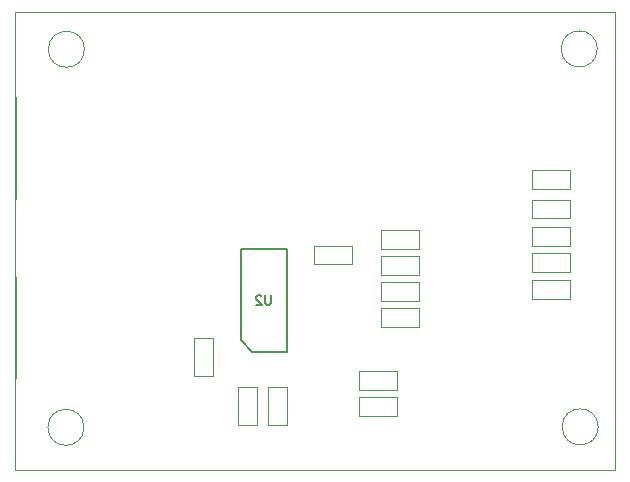
<source format=gbr>
%TF.GenerationSoftware,KiCad,Pcbnew,6.0.2*%
%TF.CreationDate,2022-11-10T22:55:43+01:00*%
%TF.ProjectId,SI4735,53493437-3335-42e6-9b69-6361645f7063,rev?*%
%TF.SameCoordinates,Original*%
%TF.FileFunction,AssemblyDrawing,Bot*%
%FSLAX46Y46*%
G04 Gerber Fmt 4.6, Leading zero omitted, Abs format (unit mm)*
G04 Created by KiCad (PCBNEW 6.0.2) date 2022-11-10 22:55:43*
%MOMM*%
%LPD*%
G01*
G04 APERTURE LIST*
%TA.AperFunction,Profile*%
%ADD10C,0.050000*%
%TD*%
%ADD11C,0.150000*%
%TA.AperFunction,Profile*%
%ADD12C,0.100000*%
%TD*%
%ADD13C,0.100000*%
G04 APERTURE END LIST*
D10*
X243000000Y-45450000D02*
G75*
G03*
X243000000Y-45450000I-1526434J0D01*
G01*
X243076434Y-77450000D02*
G75*
G03*
X243076434Y-77450000I-1526434J0D01*
G01*
X199535580Y-77486292D02*
G75*
G03*
X199535580Y-77486292I-1526434J0D01*
G01*
X244475000Y-81120000D02*
X193725000Y-81120000D01*
X193725000Y-81120000D02*
X193725000Y-42300000D01*
X193725000Y-42300000D02*
X244475000Y-42300000D01*
X244475000Y-42300000D02*
X244475000Y-81120000D01*
X199576434Y-45480000D02*
G75*
G03*
X199576434Y-45480000I-1526434J0D01*
G01*
D11*
%TO.C,U2*%
X215359523Y-66311904D02*
X215359523Y-66959523D01*
X215321428Y-67035714D01*
X215283333Y-67073809D01*
X215207142Y-67111904D01*
X215054761Y-67111904D01*
X214978571Y-67073809D01*
X214940476Y-67035714D01*
X214902380Y-66959523D01*
X214902380Y-66311904D01*
X214559523Y-66388095D02*
X214521428Y-66350000D01*
X214445238Y-66311904D01*
X214254761Y-66311904D01*
X214178571Y-66350000D01*
X214140476Y-66388095D01*
X214102380Y-66464285D01*
X214102380Y-66540476D01*
X214140476Y-66654761D01*
X214597619Y-67111904D01*
X214102380Y-67111904D01*
D12*
%TO.C,J2*%
X193760000Y-49540000D02*
X193760000Y-58140000D01*
%TO.C,J3*%
X193760000Y-64720000D02*
X193760000Y-73320000D01*
D13*
%TO.C,C1*%
X222200000Y-63700000D02*
X222200000Y-62100000D01*
X219000000Y-63700000D02*
X222200000Y-63700000D01*
X219000000Y-62100000D02*
X219000000Y-63700000D01*
X222200000Y-62100000D02*
X219000000Y-62100000D01*
%TO.C,C2*%
X216700000Y-77292000D02*
X216700000Y-74092000D01*
X215100000Y-77292000D02*
X216700000Y-77292000D01*
X216700000Y-74092000D02*
X215100000Y-74092000D01*
X215100000Y-74092000D02*
X215100000Y-77292000D01*
%TO.C,C3*%
X214160000Y-74092000D02*
X212560000Y-74092000D01*
X212560000Y-77292000D02*
X214160000Y-77292000D01*
X214160000Y-77292000D02*
X214160000Y-74092000D01*
X212560000Y-74092000D02*
X212560000Y-77292000D01*
%TO.C,R1*%
X227862500Y-62400000D02*
X227862500Y-60800000D01*
X224662500Y-60800000D02*
X224662500Y-62400000D01*
X224662500Y-62400000D02*
X227862500Y-62400000D01*
X227862500Y-60800000D02*
X224662500Y-60800000D01*
%TO.C,R2*%
X227862500Y-65200000D02*
X224662500Y-65200000D01*
X224662500Y-65200000D02*
X224662500Y-66800000D01*
X224662500Y-66800000D02*
X227862500Y-66800000D01*
X227862500Y-66800000D02*
X227862500Y-65200000D01*
%TO.C,R3*%
X227875000Y-69000000D02*
X227875000Y-67400000D01*
X224675000Y-67400000D02*
X224675000Y-69000000D01*
X227875000Y-67400000D02*
X224675000Y-67400000D01*
X224675000Y-69000000D02*
X227875000Y-69000000D01*
%TO.C,R4*%
X237500000Y-62750000D02*
X237500000Y-64350000D01*
X240700000Y-62750000D02*
X237500000Y-62750000D01*
X237500000Y-64350000D02*
X240700000Y-64350000D01*
X240700000Y-64350000D02*
X240700000Y-62750000D01*
%TO.C,R5*%
X240700000Y-65000000D02*
X237500000Y-65000000D01*
X240700000Y-66600000D02*
X240700000Y-65000000D01*
X237500000Y-66600000D02*
X240700000Y-66600000D01*
X237500000Y-65000000D02*
X237500000Y-66600000D01*
%TO.C,R6*%
X240700000Y-55700000D02*
X237500000Y-55700000D01*
X237500000Y-57300000D02*
X240700000Y-57300000D01*
X237500000Y-55700000D02*
X237500000Y-57300000D01*
X240700000Y-57300000D02*
X240700000Y-55700000D01*
%TO.C,R7*%
X222862500Y-72700000D02*
X222862500Y-74300000D01*
X226062500Y-74300000D02*
X226062500Y-72700000D01*
X226062500Y-72700000D02*
X222862500Y-72700000D01*
X222862500Y-74300000D02*
X226062500Y-74300000D01*
%TO.C,R8*%
X222862500Y-74950000D02*
X222862500Y-76550000D01*
X226062500Y-76550000D02*
X226062500Y-74950000D01*
X226062500Y-74950000D02*
X222862500Y-74950000D01*
X222862500Y-76550000D02*
X226062500Y-76550000D01*
D11*
%TO.C,U2*%
X212800000Y-62400000D02*
X212800000Y-70100000D01*
X216700000Y-71100000D02*
X216700000Y-62400000D01*
X213800000Y-71100000D02*
X216700000Y-71100000D01*
X212800000Y-70100000D02*
X213800000Y-71100000D01*
X216700000Y-62400000D02*
X212800000Y-62400000D01*
D13*
%TO.C,R13*%
X227862500Y-63000000D02*
X224662500Y-63000000D01*
X224662500Y-64600000D02*
X227862500Y-64600000D01*
X227862500Y-64600000D02*
X227862500Y-63000000D01*
X224662500Y-63000000D02*
X224662500Y-64600000D01*
%TO.C,R12*%
X237500000Y-59800000D02*
X240700000Y-59800000D01*
X237500000Y-58200000D02*
X237500000Y-59800000D01*
X240700000Y-59800000D02*
X240700000Y-58200000D01*
X240700000Y-58200000D02*
X237500000Y-58200000D01*
%TO.C,R10*%
X210450000Y-69950000D02*
X208850000Y-69950000D01*
X210450000Y-73150000D02*
X210450000Y-69950000D01*
X208850000Y-69950000D02*
X208850000Y-73150000D01*
X208850000Y-73150000D02*
X210450000Y-73150000D01*
%TO.C,R14*%
X237500000Y-62100000D02*
X240700000Y-62100000D01*
X237500000Y-60500000D02*
X237500000Y-62100000D01*
X240700000Y-62100000D02*
X240700000Y-60500000D01*
X240700000Y-60500000D02*
X237500000Y-60500000D01*
%TD*%
M02*

</source>
